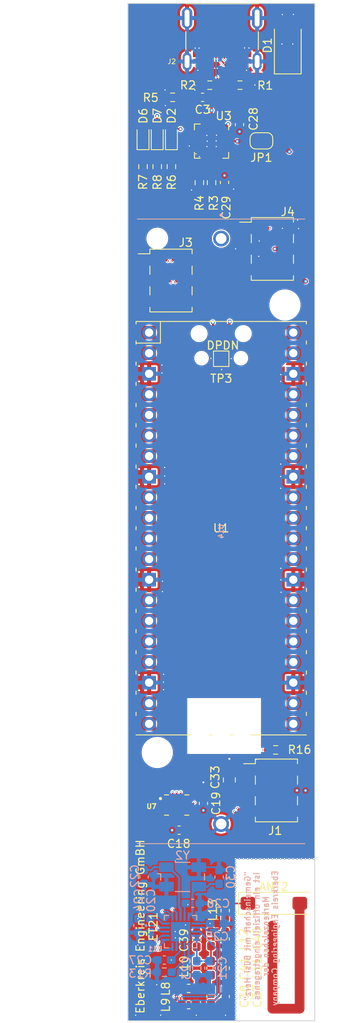
<source format=kicad_pcb>
(kicad_pcb (version 20221018) (generator pcbnew)
  (title_block (title "Debug1"))
  (layers (0 "F.Cu" signal) (1 "In1.Cu" signal) (2 "In2.Cu" signal) (31 "B.Cu" signal) (34 "B.Paste" user) (35 "F.Paste" user) (36 "B.SilkS" user "B.Silkscreen") (37 "F.SilkS" user "F.Silkscreen") (38 "B.Mask" user) (39 "F.Mask" user) (44 "Edge.Cuts" user))
  (net 0 "")
  (net 1 "BAT_O")
  (net 2 "GND")
  (net 3 "+3.3V")
  (net 4 "Net-(U11-DCOUPL)")
  (net 5 "XOSC_Q1")
  (net 6 "RF_N")
  (net 7 "RF_P")
  (net 8 "XOSC_Q2")
  (net 9 "DP")
  (net 10 "DN")
  (net 11 "RESET")
  (net 12 "UART0_TX")
  (net 13 "BAT_P")
  (net 14 "VBUS")
  (net 15 "UART0_RX")
  (net 16 "GP2")
  (net 17 "GP3")
  (net 18 "Net-(U11-RBIAS)")
  (net 19 "LED_DI")
  (net 20 "GP4")
  (net 21 "GP5")
  (net 22 "Net-(JP1-A)")
  (net 23 "Net-(J2-CC1)")
  (net 24 "Net-(J2-CC2)")
  (net 25 "Net-(C37-Pad2)")
  (net 26 "Net-(C38-Pad1)")
  (net 27 "Net-(C39-Pad2)")
  (net 28 "Net-(C40-Pad2)")
  (net 29 "Net-(C41-Pad1)")
  (net 30 "Net-(D2-K)")
  (net 31 "Net-(D6-K)")
  (net 32 "Net-(D7-K)")
  (net 33 "Net-(J1-Pin_2)")
  (net 34 "Net-(ANT2-FEED)")
  (net 35 "Net-(U3-PROG1)")
  (net 36 "Net-(U3-PROG3)")
  (net 37 "Net-(U3-THERM)")
  (net 38 "Net-(U3-~{PG})")
  (net 39 "Net-(U3-STAT1{slash}~{LBO})")
  (net 40 "Net-(U3-STAT2)")
  (net 45 "GP8")
  (net 46 "GP7")
  (net 47 "GP6")
  (net 58 "SEN_SCK")
  (net 59 "SEN_MOSI")
  (net 60 "SEN_MISO")
  (net 61 "SEN_INT2")
  (net 62 "SEN_INT1")
  (net 63 "SEN_CS")
  (net 64 "COM_MOSI")
  (net 65 "COM_MISO")
  (net 66 "COM_DO2")
  (net 67 "COM_DO1")
  (net 68 "COM_CS")
  (net 69 "COM_CLK")
  (net 71 "SDA")
  (net 72 "SCL")
  (footprint "Capacitor_SMD:C_0603_1608Metric_Pad1.08x0.95mm_HandSolder" (layer "F.Cu") (at 130.3 48.7 90)
    (fp_text reference "C29")
    (fp_text value "4.7u")
  )
  (footprint "Frack:TestPoint_Pad_1.5x1.5mm_small" (layer "F.Cu") (at 129.02 67.15)
    (fp_text reference "TP2" hide)
    (fp_text value "TestPoint_Alt")
  )
  (footprint "Inductor_SMD:L_0603_1608Metric_Pad1.05x0.95mm_HandSolder" (layer "F.Cu") (at 130.38 145.62 90)
    (fp_text reference "L11")
    (fp_text value "18nH")
  )
  (footprint "Capacitor_SMD:C_0603_1608Metric_Pad1.08x0.95mm_HandSolder" (layer "F.Cu") (at 124.7 128.6)
    (fp_text reference "C18")
    (fp_text value "100n")
  )
  (footprint "Frack:TestPoint_Pad_1.5x1.5mm_small" (layer "F.Cu") (at 130.88 67.15)
    (fp_text reference "TP1" hide)
    (fp_text value "TestPoint_Alt")
  )
  (footprint "Resistor_SMD:R_0603_1608Metric_Pad0.98x0.95mm_HandSolder" (layer "F.Cu") (at 132.2 36.7 180)
    (fp_text reference "R1")
    (fp_text value "5.1k")
  )
  (footprint "RF_Antenna:W3000" (layer "F.Cu") (at 136.38 137.62)
    (fp_text reference "ANT2")
    (fp_text value "W3000")
  )
  (footprint "LED_SMD:LED_0603_1608Metric_Pad1.05x0.95mm_HandSolder" (layer "F.Cu") (at 120.25 43 90)
    (fp_text reference "D6")
    (fp_text value "LED")
  )
  (footprint "LED_SMD:LED_0603_1608Metric_Pad1.05x0.95mm_HandSolder" (layer "F.Cu") (at 122 43 90)
    (fp_text reference "D7")
    (fp_text value "LED")
  )
  (footprint "Resistor_SMD:R_0603_1608Metric_Pad0.98x0.95mm_HandSolder" (layer "F.Cu") (at 128.4875 36.7)
    (fp_text reference "R2")
    (fp_text value "5.1k")
  )
  (footprint "TestPoint:TestPoint_Pad_1.5x1.5mm" (layer "F.Cu") (at 129.89 70.45)
    (fp_text reference "TP3")
    (fp_text value "TestPoint_Alt")
  )
  (footprint "Resistor_SMD:R_0603_1608Metric_Pad0.98x0.95mm_HandSolder" (layer "F.Cu") (at 136.6 118.7)
    (fp_text reference "R16")
    (fp_text value "470")
  )
  (footprint "Inductor_SMD:L_0603_1608Metric_Pad1.05x0.95mm_HandSolder" (layer "F.Cu") (at 126.88 145.62 90)
    (fp_text reference "L10")
    (fp_text value "18nH")
  )
  (footprint "Inductor_SMD:L_0603_1608Metric_Pad1.05x0.95mm_HandSolder" (layer "F.Cu") (at 125.88 148.12)
    (fp_text reference "L8")
    (fp_text value "12nH")
  )
  (footprint "Jumper:SolderJumper-2_P1.3mm_Open_RoundedPad1.0x1.5mm" (layer "F.Cu") (at 134.85 43.57 180)
    (fp_text reference "JP1")
    (fp_text value "SolderJumper_2_Open")
  )
  (footprint "Diode_SMD:D_SMA" (layer "F.Cu") (at 138.1 31.8 90)
    (fp_text reference "D1")
    (fp_text value "SMAJ5.0A")
  )
  (footprint "Package_DFN_QFN:QFN-20-1EP_4x4mm_P0.5mm_EP2.5x2.5mm" (layer "F.Cu") (at 128.7 43.6 -90)
    (fp_text reference "U3")
    (fp_text value "MCP73871-2CC")
  )
  (footprint "Frack:PinHeader_2x03_P2.54mm_Vertical_SMD_kleiner" (layer "F.Cu") (at 123.7 60.8)
    (fp_text reference "J3")
    (fp_text value "Conn_01x06_Pin")
  )
  (footprint "Resistor_SMD:R_0603_1608Metric_Pad0.98x0.95mm_HandSolder" (layer "F.Cu") (at 122 46.75 -90)
    (fp_text reference "R8")
    (fp_text value "330")
  )
  (footprint "Inductor_SMD:L_0603_1608Metric_Pad1.05x0.95mm_HandSolder" (layer "F.Cu") (at 130.38 138.52 90)
    (fp_text reference "L13")
    (fp_text value "12nH")
  )
  (footprint "Capacitor_SMD:C_0805_2012Metric_Pad1.18x1.45mm_HandSolder" (layer "F.Cu") (at 130.9 122.4 -90)
    (fp_text reference "C33")
    (fp_text value "330u")
  )
  (footprint "Resistor_SMD:R_0603_1608Metric_Pad0.98x0.95mm_HandSolder" (layer "F.Cu") (at 120.25 46.75 -90)
    (fp_text reference "R7")
    (fp_text value "330")
  )
  (footprint "LED_SMD:LED_0603_1608Metric_Pad1.05x0.95mm_HandSolder" (layer "F.Cu") (at 123.75 43 90)
    (fp_text reference "D2")
    (fp_text value "LED")
  )
  (footprint "Resistor_SMD:R_0603_1608Metric_Pad0.98x0.95mm_HandSolder" (layer "F.Cu") (at 127.2 48.725 90)
    (fp_text reference "R4")
    (fp_text value "8k")
  )
  (footprint "Capacitor_SMD:C_0603_1608Metric_Pad1.08x0.95mm_HandSolder" (layer "F.Cu") (at 127.6 38.2 180)
    (fp_text reference "C3")
    (fp_text value "10u")
  )
  (footprint "SnapEDA Library pretty:MOLEX_105450-0101" (layer "F.Cu") (at 130 30.42 180)
    (fp_text reference "J2")
    (fp_text value "105450-0101" hide)
  )
  (footprint "Capacitor_SMD:C_0603_1608Metric_Pad1.08x0.95mm_HandSolder" (layer "F.Cu") (at 128.63 149.12 -90)
    (fp_text reference "C38")
    (fp_text value "1p")
  )
  (footprint "Resistor_SMD:R_0603_1608Metric_Pad0.98x0.95mm_HandSolder" (layer "F.Cu") (at 123.9 38.2)
    (fp_text reference "R5")
    (fp_text value "10k")
  )
  (footprint "Resistor_SMD:R_0603_1608Metric_Pad0.98x0.95mm_HandSolder" (layer "F.Cu") (at 128.7 48.725 90)
    (fp_text reference "R3")
    (fp_text value "2k")
  )
  (footprint "Frack:PinHeader_2x03_P2.54mm_Vertical_SMD_kleiner" (layer "F.Cu") (at 136.7 123.7)
    (fp_text reference "J1")
    (fp_text value "Conn_01x06_Pin")
  )
  (footprint "Inductor_SMD:L_0603_1608Metric_Pad1.05x0.95mm_HandSolder" (layer "F.Cu") (at 128.63 142.02 90)
    (fp_text reference "L12")
    (fp_text value "12nH")
  )
  (footprint "Capacitor_SMD:C_0603_1608Metric_Pad1.08x0.95mm_HandSolder" (layer "F.Cu") (at 130.38 149.12 90)
    (fp_text reference "C37")
    (fp_text value "1.5pF")
  )
  (footprint "Capacitor_SMD:C_0603_1608Metric_Pad1.08x0.95mm_HandSolder" (layer "F.Cu") (at 126.88 142.12 -90)
    (fp_text reference "C39")
    (fp_text value "100pF")
  )
  (footprint "Capacitor_SMD:C_0603_1608Metric_Pad1.08x0.95mm_HandSolder" (layer "F.Cu") (at 130.38 142.02 90)
    (fp_text reference "C40")
    (fp_text value "3.3pF")
  )
  (footprint "Capacitor_SMD:C_0603_1608Metric_Pad1.08x0.95mm_HandSolder" (layer "F.Cu") (at 127.7 125.3 90)
    (fp_text reference "C19")
    (fp_text value "100n")
  )
  (footprint "Resistor_SMD:R_0603_1608Metric_Pad0.98x0.95mm_HandSolder" (layer "F.Cu") (at 123.75 46.75 -90)
    (fp_text reference "R6")
    (fp_text value "330")
  )
  (footprint "Frack:PinHeader_2x03_P2.54mm_Vertical_SMD_kleiner" (layer "F.Cu") (at 136.2 56.9)
    (fp_text reference "J4")
    (fp_text value "Conn_01x06_Pin")
  )
  (footprint "SnapEDA Library:PQFN50P250X300X88-14N" (layer "F.Cu") (at 124.4 125.5)
    (fp_text reference "U7")
    (fp_text value "BMI323" hide)
  )
  (footprint "Capacitor_SMD:C_0603_1608Metric_Pad1.08x0.95mm_HandSolder" (layer "F.Cu") (at 128.63 145.62 -90)
    (fp_text reference "C41")
    (fp_text value "1.5pF")
  )
  (footprint "Inductor_SMD:L_0603_1608Metric_Pad1.05x0.95mm_HandSolder" (layer "F.Cu") (at 125.88 150.12)
    (fp_text reference "L9")
    (fp_text value "12nH")
  )
  (footprint "Frack:RPi_Pico_SMD_ohne_Debug" (layer "F.Cu") (at 129.89 91.35)
    (fp_text reference "U1")
    (fp_text value "Pico")
  )
  (footprint "Capacitor_SMD:C_0603_1608Metric_Pad1.08x0.95mm_HandSolder" (layer "F.Cu") (at 132.15 41.57 -90)
    (fp_text reference "C28")
    (fp_text value "4.7u")
  )
  (footprint "SnapEDA Library:QFN50P400X400X100-21N" (layer "B.Cu") (at 124.88 141.12)
    (fp_text reference "U11")
    (fp_text value "CC1101RGPR" hide)
  )
  (footprint "Frack:Keystone_1043" (layer "B.Cu") (at 129.88 55.62 90)
    (fp_text reference "U14")
    (fp_text value "1043" hide)
  )
  (footprint "Capacitor_SMD:C_0603_1608Metric_Pad1.08x0.95mm_HandSolder" (layer "B.Cu") (at 126.38 137.62)
    (fp_text reference "C26")
    (fp_text value "100n")
  )
  (footprint "Capacitor_SMD:C_0603_1608Metric_Pad1.08x0.95mm_HandSolder" (layer "B.Cu") (at 129.63 134.37 90)
    (fp_text reference "C30")
    (fp_text value "20p")
  )
  (footprint "Capacitor_SMD:C_0603_1608Metric_Pad1.08x0.95mm_HandSolder" (layer "B.Cu") (at 128.38 145.62 -90)
    (fp_text reference "C21")
    (fp_text value "100n")
  )
  (footprint "Capacitor_SMD:C_0603_1608Metric_Pad1.08x0.95mm_HandSolder" (layer "B.Cu") (at 129.38 140.12)
    (fp_text reference "C25")
    (fp_text value "100n")
  )
  (footprint "Capacitor_SMD:C_0603_1608Metric_Pad1.08x0.95mm_HandSolder" (layer "B.Cu") (at 120.38 134.37 -90)
    (fp_text reference "C22")
    (fp_text value "20p")
  )
  (footprint "Resistor_SMD:R_0603_1608Metric_Pad0.98x0.95mm_HandSolder" (layer "B.Cu") (at 122.88 146.12 180)
    (fp_text reference "R13")
    (fp_text value "56k")
  )
  (footprint "Crystal:Crystal_SMD_Abracon_ABM3B-4Pin_5.0x3.2mm" (layer "B.Cu") (at 125.13 134.37)
    (fp_text reference "Y2")
    (fp_text value "26MHz")
  )
  (footprint "Capacitor_SMD:C_0603_1608Metric_Pad1.08x0.95mm_HandSolder" (layer "B.Cu") (at 126.88 145.62 -90)
    (fp_text reference "C23")
    (fp_text value "100n")
  )
  (footprint "Capacitor_SMD:C_0603_1608Metric_Pad1.08x0.95mm_HandSolder" (layer "B.Cu") (at 122.88 144.62 180)
    (fp_text reference "C27")
    (fp_text value "100n")
  )
  (footprint "Capacitor_SMD:C_0603_1608Metric_Pad1.08x0.95mm_HandSolder" (layer "B.Cu") (at 119.63 140.37 -90)
    (fp_text reference "C24")
    (fp_text value "100n")
  )
  (footprint "Capacitor_SMD:C_0603_1608Metric_Pad1.08x0.95mm_HandSolder" (layer "B.Cu") (at 121.13 140.37 -90)
    (fp_text reference "C20")
    (fp_text value "100n")
  )
  (gr_rect locked (start 118.38 26.62) (end 141.428 152.12) (stroke (width 0.1)) (fill none) (layer "Edge.Cuts"))
  (gr_text "{dblquote}Gemeinschaft mit Büsi Herz{dblquote} \nist ein offiziell eingetragenes \nMarkenzeichen der \nEberkreis Engineering Company" (at 136.93 141.93 90) (layer "B.SilkS") (effects (font (size 0.7 0.7)) (justify bottom mirror)))
  (gr_text "DP\n" (at 127.99 69.39) (layer "F.SilkS") (effects (font (size 1 1)) (justify left bottom)))
  (gr_text "Eberkreis Engineering GmBH\nET21" (at 122.11 140.5 90) (layer "F.SilkS") (effects (font (size 1 1)) (justify bottom)))
  (segment (start 140.185 60.9) (end 138.725 59.44) (width 0.6) (layer "F.Cu") (net 1))
  (segment (start 130.6375 42.6) (end 131.9825 42.6) (width 0.3) (layer "F.Cu") (net 1))
  (segment (start 135.9 123.7) (end 136.6 123) (width 0.3) (layer "F.Cu") (net 1))
  (segment (start 120.25 42.125) (end 122 42.125) (width 0.3) (layer "F.Cu") (net 1))
  (segment (start 131.1925 123.73) (end 134.175 123.73) (width 0.3) (layer "F.Cu") (net 1))
  (segment (start 139.125 59.44) (end 134.075 59.44) (width 0.6) (layer "F.Cu") (net 1))
  (segment (start 130.6375 41.6125) (end 130.6375 42.6) (width 0.3) (layer "F.Cu") (net 1))
  (segment (start 140.3 60.9) (end 140.185 60.9) (width 0.6) (layer "F.Cu") (net 1))
  (segment (start 130.9 123.4375) (end 131.1925 123.73) (width 0.3) (layer "F.Cu") (net 1))
  (segment (start 130.75 41.5) (end 130.5875 41.6625) (width 0.3) (layer "F.Cu") (net 1))
  (segment (start 136.6 123) (end 136.6 71.94) (width 0.3) (layer "F.Cu") (net 1))
  (segment (start 130.75 41.5) (end 130.6375 41.6125) (width 0.3) (layer "F.Cu") (net 1))
  (segment (start 130.5875 41.6625) (end 129.7 41.6625) (width 0.3) (layer "F.Cu") (net 1))
  (segment (start 122 40.5) (end 122 42.125) (width 0.3) (layer "F.Cu") (net 1))
  (segment (start 134.175 123.7) (end 135.9 123.7) (width 0.3) (layer "F.Cu") (net 1))
  (segment (start 136.6 71.94) (end 138.78 69.76) (width 0.3) (layer "F.Cu") (net 1))
  (via (at 122 40.5) (size 0.5) (drill 0.25) (layers "F.Cu" "B.Cu") (net 1))
  (via (at 130.75 41.5) (size 0.5) (drill 0.25) (layers "F.Cu" "B.Cu") (net 1))
  (via (at 132.15 42.4325) (size 0.5) (drill 0.25) (layers "F.Cu" "B.Cu") (net 1))
  (via (at 140.3 60.9) (size 0.5) (drill 0.25) (layers "F.Cu" "B.Cu") (net 1))
  (segment (start 139.55685 150.624) (end 139.55685 138.424) (width 1.2) (layer "F.Cu") (net 2))
  (segment (start 127.7 124.4375) (end 127.7 122.7) (width 0.3) (layer "F.Cu") (net 2))
  (segment (start 131.0725 121.19) (end 134.175 121.19) (width 0.3) (layer "F.Cu") (net 2))
  (segment (start 130.9 121.3625) (end 131.0725 121.19) (width 0.3) (layer "F.Cu") (net 2))
  (segment (start 130.9 121.3625) (end 130.9 119.8) (width 0.3) (layer "F.Cu") (net 2))
  (segment (start 139.56025 150.62) (end 136.19975 150.62) (width 1.2) (layer "F.Cu") (net 2))
  (segment (start 136.20405 150.62) (end 136.20405 140.367) (width 1.2) (layer "F.Cu") (net 2))
  (via (at 135.694 132.12) (size 0.25) (drill 0.15) (layers "F.Cu" "B.Cu") (net 2))
  (via (at 127.16 32.13) (size 0.25) (drill 0.15) (layers "F.Cu" "B.Cu") (net 2))
  (via (at 133.31 32.11) (size 0.25) (drill 0.15) (layers "F.Cu" "B.Cu") (net 2))
  (via (at 133.01 34.87) (size 0.25) (drill 0.15) (layers "F.Cu" "B.Cu") (net 2))
  (via (at 136.202 132.12) (size 0.25) (drill 0.15) (layers "F.Cu" "B.Cu") (net 2))
  (via (at 137.726 132.12) (size 0.25) (drill 0.15) (layers "F.Cu" "B.Cu") (net 2))
  (via (at 134.57 55.92) (size 0.25) (drill 0.15) (layers "F.Cu" "B.Cu") (net 2))
  (via (at 131.63 143.804) (size 0.25) (drill 0.15) (layers "F.Cu" "B.Cu") (net 2))
  (via (at 131.63 132.12) (size 0.25) (drill 0.15) (layers "F.Cu" "B.Cu") (net 2))
  (via (at 122.92 84.92) (size 0.25) (drill 0.15) (layers "F.Cu" "B.Cu") (net 2))
  (via (at 133.154 132.12) (size 0.25) (drill 0.15) (layers "F.Cu" "B.Cu") (net 2))
  (via (at 131.63 151.424) (size 0.25) (drill 0.15) (layers "F.Cu" "B.Cu") (net 2))
  (via (at 127.7 122.7) (size 0.5) (drill 0.25) (layers "F.Cu" "B.Cu") (net 2))
  (via (at 134.678 132.12) (size 0.25) (drill 0.15) (layers "F.Cu" "B.Cu") (net 2))
  (via (at 130.9 119.8) (size 0.5) (drill 0.25) (layers "F.Cu" "B.Cu") (net 2))
  (via (at 134.17 132.12) (size 0.25) (drill 0.15) (layers "F.Cu" "B.Cu") (net 2))
  (via (at 131.63 145.328) (size 0.25) (drill 0.15) (layers "F.Cu" "B.Cu") (net 2))
  (via (at 129.28 44.28) (size 0.25) (drill 0.15) (layers "F.Cu" "B.Cu") (net 2))
  (via (at 119.62 142.77) (size 0.25) (drill 0.15) (layers "F.Cu" "B.Cu") (net 2))
  (via (at 137.24 72.4) (size 0.25) (drill 0.15) (layers "F.Cu" "B.Cu") (net 2))
  (via (at 123.01 39.22) (size 0.25) (drill 0.15) (layers "F.Cu" "B.Cu") (net 2))
  (via (at 131.63 132.628) (size 0.25) (drill 0.15) (layers "F.Cu" "B.Cu") (net 2))
  (via (at 137.22 83.44) (size 0.25) (drill 0.15) (layers "F.Cu" "B.Cu") (net 2))
  (via (at 129.27 43.58) (size 0.25) (drill 0.15) (layers "F.Cu" "B.Cu") (net 2))
  (via (at 141.282 132.12) (size 0.25) (drill 0.15) (layers "F.Cu" "B.Cu") (net 2))
  (via (at 126.69 32.13) (size 0.25) (drill 0.15) (layers "F.Cu" "B.Cu") (net 2))
  (via (at 126.23 49.64) (size 0.25) (drill 0.15) (layers "F.Cu" "B.Cu") (net 2))
  (via (at 131.63 148.376) (size 0.25) (drill 0.15) (layers "F.Cu" "B.Cu") (net 2))
  (via (at 131.63 133.136) (size 0.25) (drill 0.15) (layers "F.Cu" "B.Cu") (net 2))
  (via (at 122.65 99.17) (size 0.25) (drill 0.15) (layers "F.Cu" "B.Cu") (net 2))
  (via (at 131.63 147.36) (size 0.25) (drill 0.15) (layers "F.Cu" "B.Cu") (net 2))
  (via (at 126.64 36.69) (size 0.25) (drill 0.15) (layers "F.Cu" "B.Cu") (net 2))
  (via (at 137.22 86.43) (size 0.25) (drill 0.15) (layers "F.Cu" "B.Cu") (net 2))
  (via (at 131.63 144.82) (size 0.25) (drill 0.15) (layers "F.Cu" "B.Cu") (net 2))
  (via (at 122.79 109.37) (size 0.25) (drill 0.15) (layers "F.Cu" "B.Cu") (net 2))
  (via (at 127.21 45.52) (size 0.25) (drill 0.15) (layers "F.Cu" "B.Cu") (net 2))
  (via (at 122.96 37.29) (size 0.25) (drill 0.15) (layers "F.Cu" "B.Cu") (net 2))
  (via (at 131.63 146.344) (size 0.25) (drill 0.15) (layers "F.Cu" "B.Cu") (net 2))
  (via (at 131.63 145.836) (size 0.25) (drill 0.15) (layers "F.Cu" "B.Cu") (net 2))
  (via (at 122.65 97.9) (size 0.25) (drill 0.15) (layers "F.Cu" "B.Cu") (net 2))
  (via (at 137.44 54.36) (size 0.25) (drill 0.15) (layers "F.Cu" "B.Cu") (net 2))
  (via (at 122.78 110.34) (size 0.25) (drill 0.15) (layers "F.Cu" "B.Cu") (net 2))
  (via (at 131.63 143.296) (size 0.25) (drill 0.15) (layers "F.Cu" "B.Cu") (net 2))
  (via (at 138.234 132.12) (size 0.25) (drill 0.15) (layers "F.Cu" "B.Cu") (net 2))
  (via (at 131.63 136.692) (size 0.25) (drill 0.15) (layers "F.Cu" "B.Cu") (net 2))
  (via (at 137.218 132.12) (size 0.25) (drill 0.15) (layers "F.Cu" "B.Cu") (net 2))
  (via (at 132.77 32.11) (size 0.25) (drill 0.15) (layers "F.Cu" "B.Cu") (net 2))
  (via (at 122.92 85.88) (size 0.25) (drill 0.15) (layers "F.Cu" "B.Cu") (net 2))
  (via (at 126.64 37.31) (size 0.25) (drill 0.15) (layers "F.Cu" "B.Cu") (net 2))
  (via (at 131.63 141.772) (size 0.25) (drill 0.15) (layers "F.Cu" "B.Cu") (net 2))
  (via (at 131.63 146.852) (size 0.25) (drill 0.15) (layers "F.Cu" "B.Cu") (net 2))
  (via (at 119.34 151.42) (size 0.25) (drill 0.15) (layers "F.Cu" "B.Cu") (net 2))
  (via (at 131.63 135.168) (size 0.25) (drill 0.15) (layers "F.Cu" "B.Cu") (net 2))
  (via (at 129.94 71.77) (size 0.25) (drill 0.15) (layers "F.Cu" "B.Cu") (net 2))
  (via (at 139.25 132.12) (size 0.25) (drill 0.15) (layers "F.Cu" "B.Cu") (net 2))
  (via (at 131.63 140.248) (size 0.25) (drill 0.15) (layers "F.Cu" "B.Cu") (net 2))
  (via (at 131.63 136.184) (size 0.25) (drill 0.15) (layers "F.Cu" "B.Cu") (net 2))
  (via (at 126.82 151.43) (size 0.25) (drill 0.15) (layers "F.Cu" "B.Cu") (net 2))
  (via (at 128.16 43.61) (size 0.25) (drill 0.15) (layers "F.Cu" "B.Cu") (net 2))
  (via (at 131.63 142.788) (size 0.25) (drill 0.15) (layers "F.Cu" "B.Cu") (net 2))
  (via (at 125.49 140.29) (size 0.25) (drill 0.15) (layers "F.Cu" "B.Cu") (net 2))
  (via (at 131.66 56.89) (size 0.25) (drill 0.15) (layers "F.Cu" "B.Cu") (net 2))
  (via (at 137.27 99.25) (size 0.25) (drill 0.15) (layers "F.Cu" "B.Cu") (net 2))
  (via (at 137.24 73.24) (size 0.25) (drill 0.15) (layers "F.Cu" "B.Cu") (net 2))
  (via (at 126.77 45.17) (size 0.25) (drill 0.15) (layers "F.Cu" "B.Cu") (net 2))
  (via (at 132.646 132.12) (size 0.25) (drill 0.15) (layers "F.Cu" "B.Cu") (net 2))
  (via (at 128.72 50.78) (size 0.25) (drill 0.15) (layers "F.Cu" "B.Cu") (net 2))
  (via (at 120.45 144.61) (size 0.25) (drill 0.15) (layers "F.Cu" "B.Cu") (net 2))
  (via (at 131.63 139.74) (size 0.25) (drill 0.15) (layers "F.Cu" "B.Cu") (net 2))
  (via (at 131.63 149.392) (size 0.25) (drill 0.15) (layers "F.Cu" "B.Cu") (net 2))
  (via (at 131.63 151.932) (size 0.25) (drill 0.15) (layers "F.Cu" "B.Cu") (net 2))
  (via (at 128.13 44.27) (size 0.25) (drill 0.15) (layers "F.Cu" "B.Cu") (net 2))
  (via (at 134.52 57.82) (size 0.25) (drill 0.15) (layers "F.Cu" "B.Cu") (net 2))
  (via (at 131.63 141.264) (size 0.25) (drill 0.15) (layers "F.Cu" "B.Cu") (net 2))
  (via (at 137.24 97.72) (size 0.25) (drill 0.15) (layers "F.Cu" "B.Cu") (net 2))
  (via (at 131.63 134.152) (size 0.25) (drill 0.15) (layers "F.Cu" "B.Cu") (net 2))
  (via (at 133.662 132.12) (size 0.25) (drill 0.15) (layers "F.Cu" "B.Cu") (net 2))
  (via (at 131.63 140.756) (size 0.25) (drill 0.15) (layers "F.Cu" "B.Cu") (net 2))
  (via (at 127.01 34.87) (size 0.25) (drill 0.15) (layers "F.Cu" "B.Cu") (net 2))
  (via (at 135.186 132.12) (size 0.25) (drill 0.15) (layers "F.Cu" "B.Cu") (net 2))
  (via (at 131.63 149.9) (size 0.25) (drill 0.15) (layers "F.Cu" "B.Cu") (net 2))
  (via (at 131.42 49.52) (size 0.25) (drill 0.15) (layers "F.Cu" "B.Cu") (net 2))
  (via (at 125.5 141.87) (size 0.25) (drill 0.15) (layers "F.Cu" "B.Cu") (net 2))
  (via (at 137.24 96.3) (size 0.25) (drill 0.15) (layers "F.Cu" "B.Cu") (net 2))
  (via (at 127.25 50.71) (size 0.25) (drill 0.15) (layers "F.Cu" "B.Cu") (net 2))
  (via (at 131.63 142.28) (size 0.25) (drill 0.15) (layers "F.Cu" "B.Cu") (net 2))
  (via (at 131.63 139.232) (size 0.25) (drill 0.15) (layers "F.Cu" "B.Cu") (net 2))
  (via (at 129.32 42.87) (size 0.25) (drill 0.15) (layers "F.Cu" "B.Cu") (net 2))
  (via (at 131.63 150.408) (size 0.25) (drill 0.15) (layers "F.Cu" "B.Cu") (net 2))
  (via (at 131.63 147.868) (size 0.25) (drill 0.15) (layers "F.Cu" "B.Cu") (net 2))
  (via (at 131.63 134.66) (size 0.25) (drill 0.15) (layers "F.Cu" "B.Cu") (net 2))
  (via (at 131.63 135.676) (size 0.25) (drill 0.15) (layers "F.Cu" "B.Cu") (net 2))
  (via (at 131.63 133.644) (size 0.25) (drill 0.15) (layers "F.Cu" "B.Cu") (net 2))
  (via (at 128.12 42.9) (size 0.25) (drill 0.15) (layers "F.Cu" "B.Cu") (net 2))
  (via (at 140.266 132.12) (size 0.25) (drill 0.15) (layers "F.Cu" "B.Cu") (net 2))
  (via (at 121.95 147.67) (size 0.25) (drill 0.15) (layers "F.Cu" "B.Cu") (net 2))
  (via (at 132.138 132.12) (size 0.25) (drill 0.15) (layers "F.Cu" "B.Cu") (net 2))
  (via (at 131.63 144.312) (size 0.25) (drill 0.15) (layers "F.Cu" "B.Cu") (net 2))
  (via (at 139.31 53.36) (size 0.25) (drill 0.15) (layers "F.Cu" "B.Cu") (net 2))
  (via (at 122.78 111.27) (size 0.25) (drill 0.15) (layers "F.Cu" "B.Cu") (net 2))
  (via (at 137.43 27.99) (size 0.25) (drill 0.15) (layers "F.Cu" "B.Cu") (net 2))
  (via (at 139.758 132.12) (size 0.25) (drill 0.15) (layers "F.Cu" "B.Cu") (net 2))
  (via (at 136.71 132.12) (size 0.25) (drill 0.15) (layers "F.Cu" "B.Cu") (net 2))
  (via (at 125.48 141.05) (size 0.25) (drill 0.15) (layers "F.Cu" "B.Cu") (net 2))
  (via (at 124.24 141.88) (size 0.25) (drill 0.15) (layers "F.Cu" "B.Cu") (net 2))
  (via (at 140.774 132.12) (size 0.25) (drill 0.15) (layers "F.Cu" "B.Cu") (net 2))
  (via (at 139.43 54.38) (size 0.25) (drill 0.15) (layers "F.Cu" "B.Cu") (net 2))
  (via (at 138.72 31.63) (size 0.25) (drill 0.15) (layers "F.Cu" "B.Cu") (net 2))
  (via (at 134.04 36.68) (size 0.25) (drill 0.15) (layers "F.Cu" "B.Cu") (net 2))
  (via (at 131.11 70.43) (size 0.25) (drill 0.15) (layers "F.Cu" "B.Cu") (net 2))
  (via (at 128.62 70.4) (size 0.25) (drill 0.15) (layers "F.Cu" "B.Cu") (net 2))
  (via (at 134.16 119.91) (size 0.25) (drill 0.15) (layers "F.Cu" "B.Cu") (net 2))
  (via (at 130.42 151.43) (size 0.25) (drill 0.15) (layers "F.Cu" "B.Cu") (net 2))
  (via (at 120.43 146.13) (size 0.25) (drill 0.15) (layers "F.Cu" "B.Cu") (net 2))
  (via (at 122.92 83.86) (size 0.25) (drill 0.15) (layers "F.Cu" "B.Cu") (net 2))
  (via (at 125.96 44.2) (size 0.25) (drill 0.15) (layers "F.Cu" "B.Cu") (net 2))
  (via (at 131.63 148.884) (size 0.25) (drill 0.15) (layers "F.Cu" "B.Cu") (net 2))
  (via (at 131.63 150.916) (size 0.25) (drill 0.15) (layers "F.Cu" "B.Cu") (net 2))
  (via (at 138.742 132.12) (size 0.25) (drill 0.15) (layers "F.Cu" "B.Cu") (net 2))
  (via (at 122.59 71.23) (size 0.25) (drill 0.15) (layers "F.Cu" "B.Cu") (net 2))
  (via (at 122.43 151.42) (size 0.25) (drill 0.15) (layers "F.Cu" "B.Cu") (net 2))
  (via (at 137.22 84.97) (size 0.25) (drill 0.15) (layers "F.Cu" "B.Cu") (net 2))
  (via (at 124.22 141.11) (size 0.25) (drill 0.15) (layers "F.Cu" "B.Cu") (net 2))
  (via (at 137.38 31.63) (size 0.25) (drill 0.15) (layers "F.Cu" "B.Cu") (net 2))
  (via (at 131.63 138.724) (size 0.25) (drill 0.15) (layers "F.Cu" "B.Cu") (net 2))
  (via (at 138.79 27.98) (size 0.25) (drill 0.15) (layers "F.Cu" "B.Cu") (net 2))
  (via (at 122.58 72.21) (size 0.25) (drill 0.15) (layers "F.Cu" "B.Cu") (net 2))
  (segment (start 124.38 141.62) (end 124.88 141.12) (width 0.2) (layer "B.Cu") (net 2))
  (segment (start 124.38 142.99) (end 124.38 141.62) (width 0.2) (layer "B.Cu") (net 2))
  (segment (start 120.7175 135.57) (end 123.13 135.57) (width 0.2) (layer "B.Cu") (net 2))
  (segment (start 120.38 135.2325) (end 120.7175 135.57) (width 0.2) (layer "B.Cu") (net 2))
  (segment (start 129.2925 133.17) (end 129.63 133.5075) (width 0.2) (layer "B.Cu") (net 2))
  (segment (start 124.23 141.12) (end 124.22 141.11) (width 0.2) (layer "B.Cu") (net 2))
  (segment (start 127.13 133.17) (end 129.2925 133.17) (width 0.2) (layer "B.Cu") (net 2))
  (segment (start 124.88 141.12) (end 124.23 141.12) (width 0.2) (layer "B.Cu") (net 2))
  (segment (start 127.6125 126.25) (end 127.7 126.1625) (width 0.2) (layer "F.Cu") (net 3))
  (segment (start 138.725 56.9) (end 136.5 56.9) (width 0.6) (layer "F.Cu") (net 3))
  (segment (start 123.9 126.415) (end 123.9 128.5375) (width 0.2) (layer "F.Cu") (net 3))
  (segment (start 123.9 128.5375) (end 123.8375 128.6) (width 0.2) (layer "F.Cu") (net 3))
  (segment (start 125.565 126.25) (end 127.6125 126.25) (width 0.2) (layer "F.Cu") (net 3))
  (via (at 140.29 123.71) (size 0.5) (drill 0.25) (layers "F.Cu" "B.Cu") (net 3))
  (via (at 136.5 56.9) (size 0.5) (drill 0.25) (layers "F.Cu" "B.Cu") (net 3))
  (via (at 127.7 126.1625) (size 0.5) (drill 0.25) (layers "F.Cu" "B.Cu") (net 3))
  (via (at 139.225 123.7) (size 0.5) (drill 0.25) (layers "F.Cu" "B.Cu") (net 3))
  (via (at 125.78 137.78) (size 0.25) (drill 0.15) (layers "F.Cu" "B.Cu") (net 3))
  (via (at 123.7425 144.62) (size 0.25) (drill 0.15) (layers "F.Cu" "B.Cu") (net 3))
  (via (at 128.5175 140.12) (size 0.25) (drill 0.15) (layers "F.Cu" "B.Cu") (net 3))
  (via (at 127.66 144.7575) (size 0.25) (drill 0.15) (layers "F.Cu" "B.Cu") (net 3))
  (via (at 123.8375 128.6) (size 0.5) (drill 0.25) (layers "F.Cu" "B.Cu") (net 3))
  (via (at 119.63 139.5075) (size 0.25) (drill 0.15) (layers "F.Cu" "B.Cu") (net 3))
  (segment (start 122.13 140.37) (end 120.4925 140.37) (width 0.2) (layer "B.Cu") (net 3))
  (segment (start 123.01 140.62) (end 122.38 140.62) (width 0.2) (layer "B.Cu") (net 3))
  (segment (start 126.88 144.7575) (end 126.88 141.75) (width 0.2) (layer "B.Cu") (net 3))
  (segment (start 125.5175 137.62) (end 125.38 137.7575) (width 0.2) (layer "B.Cu") (net 3))
  (segment (start 125.38 137.7575) (end 125.38 139.25) (width 0.2) (layer "B.Cu") (net 3))
  (segment (start 124.88 143.4825) (end 123.7425 144.62) (width 0.2) (layer "B.Cu") (net 3))
  (segment (start 125.5175 137.62) (end 125.62 137.62) (width 0.2) (layer "B.Cu") (net 3))
  (segment (start 120.4925 140.37) (end 119.63 139.5075) (width 0.2) (layer "B.Cu") (net 3))
  (segment (start 125.62 137.62) (end 125.78 137.78) (width 0.2) (layer "B.Cu") (net 3))
  (segment (start 128.38 144.7575) (end 126.88 144.7575) (width 0.2) (layer "B.Cu") (net 3))
  (segment (start 128.5175 140.12) (end 126.75 140.12) (width 0.2) (layer "B.Cu") (net 3))
  (segment (start 122.38 140.62) (end 122.13 140.37) (width 0.2) (layer "B.Cu") (net 3))
  (segment (start 124.88 142.99) (end 124.88 143.4825) (width 0.2) (layer "B.Cu") (net 3))
  (segment (start 126.88 141.75) (end 126.75 141.62) (width 0.2) (layer "B.Cu") (net 3))
  (segment (start 122.63 140.12) (end 122.0175 139.5075) (width 0.2) (layer "B.Cu") (net 4))
  (segment (start 123.01 140.12) (end 122.63 140.12) (width 0.2) (layer "B.Cu") (net 4))
  (segment (start 122.0175 139.5075) (end 121.13 139.5075) (width 0.2) (layer "B.Cu") (net 4))
  (segment (start 124.69 138.075998) (end 124.88 138.265998) (width 0.3) (layer "B.Cu") (net 5))
  (segment (start 123.13 133.17) (end 121.58 133.17) (width 0.3) (layer "B.Cu") (net 5))
  (segment (start 121.58 133.17) (end 121.2425 133.5075) (width 0.3) (layer "B.Cu") (net 5))
  (segment (start 121.2425 133.5075) (end 120.38 133.5075) (width 0.3) (layer "B.Cu") (net 5))
  (segment (start 123.43 133.17) (end 124.69 134.43) (width 0.3) (layer "B.Cu") (net 5))
  (segment (start 124.69 134.43) (end 124.69 138.075998) (width 0.3) (layer "B.Cu") (net 5))
  (segment (start 124.88 138.265998) (end 124.88 139.25) (width 0.3) (layer "B.Cu") (net 5))
  (segment (start 124.88 149.995) (end 125.005 150.12) (width 0.2) (layer "F.Cu") (net 6))
  (segment (start 124.88 149.12) (end 124.88 149.995) (width 0.2) (layer "F.Cu") (net 6))
  (via (at 124.88 149.12) (size 0.25) (drill 0.15) (layers "F.Cu" "B.Cu") (net 6))
  (segment (start 129.38 148.87) (end 129.38 143.265158) (width 0.2) (layer "B.Cu") (net 6))
  (segment (start 129.38 143.265158) (end 127.234842 141.12) (width 0.2) (layer "B.Cu") (net 6))
  (segment (start 127.234842 141.12) (end 126.75 141.12) (width 0.2) (layer "B.Cu") (net 6))
  (segment (start 129.13 149.12) (end 129.38 148.87) (width 0.2) (layer "B.Cu") (net 6))
  (segment (start 124.88 149.12) (end 129.13 149.12) (width 0.2) (layer "B.Cu") (net 6))
  (segment (start 124.88 148.37) (end 125.005 148.37) (width 0.2) (layer "F.Cu") (net 7))
  (segment (start 124.13 149.12) (end 124.88 148.37) (width 0.2) (layer "F.Cu") (net 7))
  (via (at 124.13 149.12) (size 0.25) (drill 0.15) (layers "F.Cu" "B.Cu") (net 7))
  (segment (start 127.804713 140.62) (end 126.75 140.62) (width 0.2) (layer "B.Cu") (net 7))
  (segment (start 129.72 142.535287) (end 127.804713 140.62) (width 0.2) (layer "B.Cu") (net 7))
  (segment (start 124.13 149.12) (end 124.63 149.62) (width 0.2) (layer "B.Cu") (net 7))
  (segment (start 129.110832 149.62) (end 129.72 149.010832) (width 0.2) (layer "B.Cu") (net 7))
  (segment (start 124.63 149.62) (end 129.110832 149.62) (width 0.2) (layer "B.Cu") (net 7))
  (segment (start 129.72 149.010832) (end 129.72 142.535287) (width 0.2) (layer "B.Cu") (net 7))
  (segment (start 127.13 135.57) (end 126.345 136.355) (width 0.3) (layer "B.Cu") (net 8))
  (segment (start 126.345 136.355) (end 126.345 138.785) (width 0.3) (layer "B.Cu") (net 8))
  (segment (start 126.345 138.785) (end 125.88 139.25) (width 0.3) (layer "B.Cu") (net 8))
  (segment (start 128.18 135.57) (end 128.5175 135.2325) (width 0.3) (layer "B.Cu") (net 8))
  (segment (start 128.5175 135.2325) (end 129.63 135.2325) (width 0.3) (layer "B.Cu") (net 8))
  (segment (start 127.13 135.57) (end 128.18 135.57) (width 0.3) (layer "B.Cu") (net 8))
  (segment (start 130.1855 34.186057) (end 130.496057 34.186057) (width 0.2) (layer "F.Cu") (net 9))
  (segment (start 130.496057 34.186057) (end 130.5 34.19) (width 0.2) (layer "F.Cu") (net 9))
  (segment (start 130.1855 34.186057) (end 130.1855 33.951688) (width 0.2) (layer "F.Cu") (net 9))
  (segment (start 129.75 33.516188) (end 129.75 33.22) (width 0.2) (layer "F.Cu") (net 9))
  (segment (start 128.89 66.01) (end 128.85 65.97) (width 0.3) (layer "F.Cu") (net 9))
  (segment (start 130.1855 33.951688) (end 129.75 33.516188) (width 0.2) (layer "F.Cu") (net 9))
  (segment (start 128.89 67.15) (end 128.89 66.01) (width 0.3) (layer "F.Cu") (net 9))
  (via (at 128.85 65.97) (size 0.5) (drill 0.25) (layers "F.Cu" "B.Cu") (net 9))
  (via (at 130.1855 34.186057) (size 0.25) (drill 0.15) (layers "F.Cu" "B.Cu") (net 9))
  (segment (start 129.63 34.19) (end 129.5 34.19) (width 0.2) (layer "F.Cu") (net 10))
  (segment (start 130.28 32.92) (end 130.25 32.89) (width 0.2) (layer "F.Cu") (net 10))
  (segment (start 130.284647 33.535353) (end 130.28 33.530706) (width 0.2) (layer "F.Cu") (net 10))
  (segment (start 129.769165 34.050835) (end 129.63 34.19) (width 0.2) (layer "F.Cu") (net 10))
  (segment (start 130.28 33.530706) (end 130.28 32.92) (width 0.2) (layer "F.Cu") (net 10))
  (segment (start 130.89 67.15) (end 130.89 65.93) (width 0.3) (layer "F.Cu") (net 10))
  (segment (start 130.89 65.93) (end 130.95 65.87) (width 0.3) (layer "F.Cu") (net 10))
  (via (at 130.284647 33.535353) (size 0.25) (drill 0.15) (layers "F.Cu" "B.Cu") (net 10))
  (via (at 130.95 65.87) (size 0.5) (drill 0.25) (layers "F.Cu" "B.Cu") (net 10))
  (via (at 129.769165 34.050835) (size 0.25) (drill 0.15) (layers "F.Cu" "B.Cu") (net 10))
  (segment (start 135.9 54.36) (end 133.675 54.36) (width 0.3) (layer "F.Cu") (net 11))
  (via (at 135.9 54.36) (size 0.25) (drill 0.15) (layers "F.Cu" "B.Cu") (net 11))
  (segment (start 123.16 58.26) (end 121.175 58.26) (width 0.3) (layer "F.Cu") (net 12))
  (segment (start 123.3 58.4) (end 123.16 58.26) (width 0.3) (layer "F.Cu") (net 12))
  (via (at 123.3 58.4) (size 0.25) (drill 0.15) (layers "F.Cu" "B.Cu") (net 12))
  (segment (start 129.2 45.5375) (end 129.5 45.5375) (width 0.3) (layer "F.Cu") (net 13))
  (segment (start 130.0625 45.5375) (end 129.7 45.5375) (width 0.3) (layer "F.Cu") (net 13))
  (segment (start 130.6375 44.9625) (end 130.6375 44.6) (width 0.3) (layer "F.Cu") (net 13))
  (segment (start 130.3 46.6) (end 130.3 47.8375) (width 0.3) (layer "F.Cu") (net 13))
  (segment (start 130.375 45.225) (end 130.7 45.55) (width 0.3) (layer "F.Cu") (net 13))
  (segment (start 130.375 45.225) (end 130.0625 45.5375) (width 0.3) (layer "F.Cu") (net 13))
  (segment (start 130.375 45.225) (end 130.6375 44.9625) (width 0.3) (layer "F.Cu") (net 13))
  (segment (start 130.7 45.55) (end 130.7 46.2) (width 0.3) (layer "F.Cu") (net 13))
  (segment (start 129.5 45.5375) (end 129.7 45.5375) (width 0.3) (layer "F.Cu") (net 13))
  (segment (start 130.7 46.2) (end 130.3 46.6) (width 0.3) (layer "F.Cu") (net 13))
  (via (at 130.3 47.8375) (size 0.5) (drill 0.25) (layers "F.Cu" "B.Cu") (net 13))
  (segment (start 129.213101 31.9) (end 130.84 31.9) (width 0.3) (layer "F.Cu") (net 14))
  (segment (start 128.5 38.8) (end 128.5 33.63) (width 0.3) (layer "F.Cu") (net 14))
  (segment (start 131.5 33.58) (end 131.5 34.948456) (width 0.3) (layer "F.Cu") (net 14))
  (segment (start 131.875 43.625) (end 131.85 43.6) (width 0.3) (layer "F.Cu") (net 14))
  (segment (start 128.75 33.38) (end 128.75 32.363101) (width 0.3) (layer "F.Cu") (net 14))
  (segment (start 128.2 41.6625) (end 129.2 41.6625) (width 0.3) (layer "F.Cu") (net 14))
  (segment (start 136.58 35.32) (end 138.1 33.8) (width 0.3) (layer "F.Cu") (net 14))
  (segment (start 128.7 39) (end 128.5 38.8) (width 0.3) (layer "F.Cu") (net 14))
  (segment (start 124.875 42.125) (end 123.75 42.125) (width 0.3) (layer "F.Cu") (net 14))
  (segment (start 131.85 43.6) (end 130.6375 43.6) (width 0.3) (layer "F.Cu") (net 14))
  (segment (start 128.7 39.8105) (end 128.7 39) (width 0.3) (layer "F.Cu") (net 14))
  (segment (start 128.75 32.363101) (end 129.213101 31.9) (width 0.3) (layer "F.Cu") (net 14))
  (segment (start 130.84 31.9) (end 131.25 32.31) (width 0.3) (layer "F.Cu") (net 14))
  (segment (start 134.2 43.57) (end 134.145 43.625) (width 0.6) (layer "F.Cu") (net 14))
  (segment (start 131.871544 35.32) (end 136.58 35.32) (width 0.3) (layer "F.Cu") (net 14))
  (segment (start 128.7 39.8105) (end 128.7 41.6625) (width 0.3) (layer "F.Cu") (net 14))
  (segment (start 128.5 33.63) (end 128.75 33.38) (width 0.3) (layer "F.Cu") (net 14))
  (segment (start 130.6375 43.1) (end 130.6375 44.075) (width 0.3) (layer "F.Cu") (net 14))
  (segment (start 134.145 43.625) (end 131.875 43.625) (width 0.6) (layer "F.Cu") (net 14))
  (segment (start 131.25 33.33) (end 131.5 33.58) (width 0.3) (layer "F.Cu") (net 14))
  (segment (start 131.5 34.948456) (end 131.871544 35.32) (width 0.3) (layer "F.Cu") (net 14))
  (segment (start 131.25 32.31) (end 131.25 33.33) (width 0.3) (layer "F.Cu") (net 14))
  (via (at 124.875 42.125) (size 0.5) (drill 0.25) (layers "F.Cu" "B.Cu") (net 14))
  (via (at 128.7 39.8105) (size 0.5) (drill 0.25) (layers "F.Cu" "B.Cu") (net 14))
  (via (at 131.875 43.625) (size 0.5) (drill 0.25) (layers "F.Cu" "B.Cu") (net 14))
  (segment (start 123.8 58.4) (end 123.94 58.26) (width 0.3) (layer "F.Cu") (net 15))
  (segment (start 123.94 58.26) (end 126.225 58.26) (width 0.3) (layer "F.Cu") (net 15))
  (via (at 123.8 58.4) (size 0.25) (drill 0.15) (layers "F.Cu" "B.Cu") (net 15))
  (segment (start 123.7 61.016188) (end 123.483812 60.8) (width 0.3) (layer "F.Cu") (net 16))
  (segment (start 123.483812 60.8) (end 121.175 60.8) (width 0.3) (layer "F.Cu") (net 16))
  (via (at 123.7 61.016188) (size 0.25) (drill 0.15) (layers "F.Cu" "B.Cu") (net 16))
  (segment (start 124.4 60.8) (end 124.2 61) (width 0.3) (layer "F.Cu") (net 17))
  (segment (start 126.225 60.8) (end 124.4 60.8) (width 0.3) (layer "F.Cu") (net 17))
  (via (at 124.2 61) (size 0.25) (drill 0.15) (layers "F.Cu" "B.Cu") (net 17))
  (segment (start 123.7925 146.12) (end 125.38 144.5325) (width 0.2) (layer "B.Cu") (net 18))
  (segment (start 125.38 144.5325) (end 125.38 142.99) (width 0.2) (layer "B.Cu") (net 18))
  (segment (start 135.1 118.7) (end 135.6875 118.7) (width 0.2) (layer "F.Cu") (net 19))
  (via (at 135.1 118.7) (size 0.25) (drill 0.15) (layers "F.Cu" "B.Cu") (net 19))
  (segment (start 123.2 77.72) (end 121 79.92) (width 0.2) (layer "F.Cu") (net 20))
  (segment (start 122.34 63.34) (end 123.2 64.2) (width 0.2) (layer "F.Cu") (net 20))
  (segment (start 123.2 64.2) (end 123.2 77.72) (width 0.2) (layer "F.Cu") (net 20))
  (segment (start 121.175 63.34) (end 122.34 63.34) (width 0.2) (layer "F.Cu") (net 20))
  (segment (start 124.36 63.34) (end 123.54 64.16) (width 0.2) (layer "F.Cu") (net 21))
  (segment (start 123.54 79.92) (end 121 82.46) (width 0.2) (layer "F.Cu") (net 21))
  (segment (start 123.54 64.16) (end 123.54 79.92) (width 0.2) (layer "F.Cu") (net 21))
  (segment (start 126.225 63.34) (end 124.36 63.34) (width 0.2) (layer "F.Cu") (net 21))
  (segment (start 135.5 43.57) (end 136.97 43.57) (width 0.6) (layer "F.Cu") (net 22))
  (segment (start 136.97 43.57) (end 138.3 44.9) (width 0.6) (layer "F.Cu") (net 22))
  (via (at 138.3 44.9) (size 0.5) (drill 0.25) (layers "F.Cu" "B.Cu") (net 22))
  (segment (start 131 34.52) (end 131 35.7) (width 0.2) (layer "F.Cu") (net 23))
  (segment (start 131 35.7) (end 131.2875 35.9875) (width 0.2) (layer "F.Cu") (net 23))
  (segment (start 131.2875 35.9875) (end 131.2875 36.7) (width 0.2) (layer "F.Cu") (net 23))
  (segment (start 129.4 35.7) (end 129.4125 35.7125) (width 0.2) (layer "F.Cu") (net 24))
  (segment (start 129.4125 35.7125) (end 129.4125 36.3) (width 0.2) (layer "F.Cu") (net 24))
  (segment (start 129.25 33.22) (end 129.25 33.49) (width 0.2) (layer "F.Cu") (net 24))
  (via (at 129.25 33.49) (size 0.25) (drill 0.15) (layers "F.Cu" "B.Cu") (net 24))
  (via (at 129.4 35.7) (size 0.25) (drill 0.15) (layers "F.Cu" "B.Cu") (net 24))
  (segment (start 129.25 33.49) (end 129.25 35.5) (width 0.2) (layer "B.Cu") (net 24))
  (segment (start 129.25 35.5) (end 129.4 35.65) (width 0.2) (layer "B.Cu") (net 24))
  (segment (start 129.4 35.65) (end 129.4 35.7) (width 0.2) (layer "B.Cu") (net 24))
  (segment (start 128.4925 150.12) (end 128.63 149.9825) (width 0.2) (layer "F.Cu") (net 25))
  (segment (start 128.655 149.9825) (end 130.38 148.2575) (width 0.2) (layer "F.Cu") (net 25))
  (segment (start 128.63 149.9825) (end 128.655 149.9825) (width 0.2) (layer "F.Cu") (net 25))
  (segment (start 130.38 148.2575) (end 130.38 146.495) (width 0.2) (layer "F.Cu") (net 25))
  (segment (start 126.755 150.12) (end 128.4925 150.12) (width 0.2) (layer "F.Cu") (net 25))
  (segment (start 128.6175 146.495) (end 128.63 146.4825) (width 0.2) (layer "F.Cu") (net 26))
  (segment (start 126.755 146.62) (end 126.88 146.495) (width 0.2) (layer "F.Cu") (net 26))
  (segment (start 126.88 142.9825) (end 126.88 144.745) (width 0.2) (layer "F.Cu") (net 27))
  (segment (start 128.63 141.145) (end 130.3675 141.145) (width 0.2) (layer "F.Cu") (net 28))
  (segment (start 130.38 141.1575) (end 130.38 139.395) (width 0.2) (layer "F.Cu") (net 28))
  (segment (start 130.3675 141.145) (end 130.38 141.1575) (width 0.2) (layer "F.Cu") (net 28))
  (segment (start 128.63 144.7575) (end 130.3675 144.7575) (width 0.2) (layer "F.Cu") (net 29))
  (segment (start 128.63 142.895) (end 128.63 144.7575) (width 0.2) (layer "F.Cu") (net 29))
  (segment (start 130.3675 144.7575) (end 130.38 144.745) (width 0.2) (layer "F.Cu") (net 29))
  (segment (start 123.75 45.8375) (end 123.75 43.875) (width 0.3) (layer "F.Cu") (net 30))
  (segment (start 120.25 45.8375) (end 120.25 43.875) (width 0.3) (layer "F.Cu") (net 31))
  (segment (start 122 45.8375) (end 122 43.875) (width 0.3) (layer "F.Cu") (net 32))
  (segment (start 138.28 118.7) (end 137.5125 118.7) (width 0.3) (layer "F.Cu") (net 33))
  (segment (start 139.225 119.645) (end 138.28 118.7) (width 0.3) (layer "F.Cu") (net 33))
  (segment (start 139.225 121.19) (end 139.225 119.645) (width 0.3) (layer "F.Cu") (net 33))
  (segment (start 133.155 137.645) (end 133.18 137.62) (width 0.2) (layer "F.Cu") (net 34))
  (segment (start 130.38 137.645) (end 133.155 137.645) (width 0.2) (layer "F.Cu") (net 34))
  (segment (start 128.7 45.5375) (end 128.7 47.8125) (width 0.2) (layer "F.Cu") (net 35))
  (segment (start 128.2 45.5375) (end 128.2 46.225) (width 0.2) (layer "F.Cu") (net 36))
  (segment (start 127.2 47.225) (end 127.2 47.8125) (width 0.2) (layer "F.Cu") (net 36))
  (segment (start 128.2 46.225) (end 127.2 47.225) (width 0.2) (layer "F.Cu") (net 36))
  (segment (start 124.8125 38.2) (end 124.8125 38.775) (width 0.3) (layer "F.Cu") (net 37))
  (segment (start 124.8125 38.775) (end 127.7 41.6625) (width 0.3) (layer "F.Cu") (net 37))
  (segment (start 125.9 42.6) (end 124.82 43.68) (width 0.2) (layer "F.Cu") (net 38))
  (segment (start 124.82 46.5925) (end 123.75 47.6625) (width 0.2) (layer "F.Cu") (net 38))
  (segment (start 124.82 43.68) (end 124.82 46.5925) (width 0.2) (layer "F.Cu") (net 38))
  (segment (start 126.7625 42.6) (end 125.9 42.6) (width 0.2) (layer "F.Cu") (net 38))
  (segment (start 125.5 47.730832) (end 124.390832 48.84) (width 0.2) (layer "F.Cu") (net 39))
  (segment (start 126.7625 43.6) (end 125.882348 43.6) (width 0.2) (layer "F.Cu") (net 39))
  (segment (start 125.882348 43.6) (end 125.5 43.982348) (width 0.2) (layer "F.Cu") (net 39))
  (segment (start 124.390832 48.84) (end 121.4275 48.84) (width 0.2) (layer "F.Cu") (net 39))
  (segment (start 125.5 43.982348) (end 125.5 47.730832) (width 0.2) (layer "F.Cu") (net 39))
  (segment (start 121.4275 48.84) (end 120.25 47.6625) (width 0.2) (layer "F.Cu") (net 39))
  (segment (start 122.8375 48.5) (end 122 47.6625) (width 0.2) (layer "F.Cu") (net 40))
  (segment (start 126.7625 43.1) (end 125.901516 43.1) (width 0.2) (layer "F.Cu") (net 40))
  (segment (start 125.16 47.59) (end 124.25 48.5) (width 0.2) (layer "F.Cu") (net 40))
  (segment (start 124.25 48.5) (end 122.8375 48.5) (width 0.2) (layer "F.Cu") (net 40))
  (segment (start 125.901516 43.1) (end 125.16 43.841516) (width 0.2) (layer "F.Cu") (net 40))
  (segment (start 125.16 43.841516) (end 125.16 47.59) (width 0.2) (layer "F.Cu") (net 40))
  (segment (start 124.4 124.585) (end 124.4 123.9) (width 0.2) (layer "F.Cu") (net 58))
  (via (at 124.4 123.9) (size 0.25) (drill 0.15) (layers "F.Cu" "B.Cu") (net 58))
  (segment (start 123.9 124.585) (end 123.9 123.9) (width 0.2) (layer "F.Cu") (net 59))
  (via (at 123.9 123.9) (size 0.25) (drill 0.15) (layers "F.Cu" "B.Cu") (net 59))
  (segment (start 124.74 109.06) (end 124.74 122.382083) (width 0.2) (layer "F.Cu") (net 60))
  (segment (start 123.235 123.887081) (end 123.235 124.75) (width 0.2) (layer "F.Cu") (net 60))
  (segment (start 121 105.32) (end 124.74 109.06) (width 0.2) (layer "F.Cu") (net 60))
  (segment (start 124.74 122.382083) (end 123.235 123.887081) (width 0.2) (layer "F.Cu") (net 60))
  (segment (start 126.03621 125.75) (end 126.593105 125.193105) (width 0.2) (layer "F.Cu") (net 61))
  (segment (start 125.565 125.75) (end 126.03621 125.75) (width 0.2) (layer "F.Cu") (net 61))
  (via (at 126.593105 125.193105) (size 0.25) (drill 0.15) (layers "F.Cu" "B.Cu") (net 61))
  (segment (start 121 112.94) (end 124.4 116.34) (width 0.2) (layer "F.Cu") (net 62))
  (segment (start 123.235 126.25) (end 122.93379 126.25) (width 0.2) (layer "F.Cu") (net 62))
  (segment (start 122.085 125.40121) (end 122.085 124.556249) (width 0.2) (layer "F.Cu") (net 62))
  (segment (start 124.4 116.34) (end 124.4 122.24125) (width 0.2) (layer "F.Cu") (net 62))
  (segment (start 122.085 124.556249) (end 124.170625 122.470625) (width 0.2) (layer "F.Cu") (net 62))
  (segment (start 124.4 122.24125) (end 124.170625 122.470625) (width 0.2) (layer "F.Cu") (net 62))
  (segment (start 122.93379 126.25) (end 122.085 125.40121) (width 0.2) (layer "F.Cu") (net 62))
  (segment (start 124.9 124.585) (end 124.9 123.9) (width 0.2) (layer "F.Cu") (net 63))
  (via (at 124.9 123.9) (size 0.25) (drill 0.15) (layers "F.Cu" "B.Cu") (net 63))
  (via (at 122.13 143.37) (size 0.25) (drill 0.15) (layers "F.Cu" "B.Cu") (net 64))
  (segment (start 123.5 143.37) (end 123.88 142.99) (width 0.2) (layer "B.Cu") (net 64))
  (segment (start 122.13 143.37) (end 123.5 143.37) (width 0.2) (layer "B.Cu") (net 64))
  (via (at 122.13 142.37) (size 0.25) (drill 0.15) (layers "F.Cu" "B.Cu") (net 65))
  (segment (start 122.13 142.37) (end 122.13 142.015158) (width 0.2) (layer "B.Cu") (net 65))
  (segment (start 122.525158 141.62) (end 123.01 141.62) (width 0.2) (layer "B.Cu") (net 65))
  (segment (start 122.13 142.015158) (end 122.525158 141.62) (width 0.2) (layer "B.Cu") (net 65))
  (via (at 121.997259 140.752741) (size 0.25) (drill 0.15) (layers "F.Cu" "B.Cu") (net 66))
  (segment (start 121.997259 140.752741) (end 122.364518 141.12) (width 0.2) (layer "B.Cu") (net 66))
  (segment (start 122.364518 141.12) (end 123.01 141.12) (width 0.2) (layer "B.Cu") (net 66))
  (via (at 122.63 138.62) (size 0.25) (drill 0.15) (layers "F.Cu" "B.Cu") (net 67))
  (segment (start 122.63 138.62) (end 123.25 138.62) (width 0.2) (layer "B.Cu") (net 67))
  (segment (start 123.25 138.62) (end 123.88 139.25) (width 0.2) (layer "B.Cu") (net 67))
  (via (at 123.88 138.37) (size 0.25) (drill 0.15) (layers "F.Cu" "B.Cu") (net 68))
  (segment (start 123.984842 138.37) (end 124.38 138.765158) (width 0.2) (layer "B.Cu") (net 68))
  (segment (start 124.38 138.765158) (end 124.38 139.25) (width 0.2) (layer "B.Cu") (net 68))
  (via (at 122.13 142.87) (size 0.25) (drill 0.15) (layers "F.Cu" "B.Cu") (net 69))
  (segment (start 122.26 142.87) (end 123.01 142.12) (width 0.2) (layer "B.Cu") (net 69))
  (segment (start 122.13 142.87) (end 122.26 142.87) (width 0.2) (layer "B.Cu") (net 69))
  (segment (start 132.24 126.24) (end 131.9 125.9) (width 0.3) (layer "F.Cu") (net 71))
  (segment (start 134.175 126.24) (end 132.24 126.24) (width 0.3) (layer "F.Cu") (net 71))
  (via (at 131.9 125.9) (size 0.25) (drill 0.15) (layers "F.Cu" "B.Cu") (net 71))
  (segment (start 132.3 127.1) (end 131.5 126.3) (width 0.3) (layer "F.Cu") (net 72))
  (segment (start 138.365 127.1) (end 132.3 127.1) (width 0.3) (layer "F.Cu") (net 72))
  (segment (start 139.225 126.24) (end 138.365 127.1) (width 0.3) (layer "F.Cu") (net 72))
  (via (at 131.5 126.3) (size 0.25) (drill 0.15) (layers "F.Cu" "B.Cu") (net 72))
  (zone (net 2) (net_name "GND") (layer "F.Cu") (connect_pads (clearance 0.1)) (min_thickness 0.25) (fill yes (thermal_gap 0.2) (thermal_bridge_width 0.5))
    (polygon (pts (xy 118.38 152.12) (xy 131.63 152.12) (xy 131.63 132.12) (xy 141.43 132.12) (xy 141.43 26.62) (xy 118.38 26.62)))
  )
  (zone (net 26) (net_name "Net-(C38-Pad1)") (layer "F.Cu") (priority 4) (connect_pads yes (clearance 0.1)) (min_thickness 0.25) (fill yes (thermal_gap 0.2) (thermal_bridge_width 0.5) (island_removal_mode 1) (island_area_min 10))
    (polygon (pts (xy 126.64 146.37) (xy 126.64 148.24) (xy 128.64 148.23) (xy 128.63 146.37)))
  )
  (zone (net 0) (net_name "") (layers "F.Cu" "In1.Cu" "In2.Cu" "B.Cu") (name "Antenna_PiW") (connect_pads (clearance 0)) (min_thickness 0.25)
    (keepout (tracks not_allowed) (vias not_allowed) (pads not_allowed) (copperpour not_allowed) (footprints not_allowed))
    (fill (thermal_gap 0.5) (thermal_bridge_width 0.5))
    (polygon (pts (xy 125.7 112.3) (xy 125.7 119.2) (xy 134.8 119.2) (xy 134.8 112.3)))
  )
  (zone (net 2) (net_name "GND") (layer "B.Cu") (priority 1) (connect_pads (clearance 0.1)) (min_thickness 0.25) (fill yes (thermal_gap 0.5) (thermal_bridge_width 0.5))
    (polygon (pts (xy 118.38 152.12) (xy 131.63 152.12) (xy 131.63 132.12) (xy 141.43 132.12) (xy 141.43 26.62) (xy 118.38 26.62)))
  )
)
</source>
